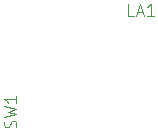
<source format=gbr>
%TF.GenerationSoftware,KiCad,Pcbnew,9.0.0*%
%TF.CreationDate,2025-03-13T21:07:55+01:00*%
%TF.ProjectId,Tasterplatine,54617374-6572-4706-9c61-74696e652e6b,1*%
%TF.SameCoordinates,Original*%
%TF.FileFunction,Legend,Top*%
%TF.FilePolarity,Positive*%
%FSLAX46Y46*%
G04 Gerber Fmt 4.6, Leading zero omitted, Abs format (unit mm)*
G04 Created by KiCad (PCBNEW 9.0.0) date 2025-03-13 21:07:55*
%MOMM*%
%LPD*%
G01*
G04 APERTURE LIST*
G04 Aperture macros list*
%AMRoundRect*
0 Rectangle with rounded corners*
0 $1 Rounding radius*
0 $2 $3 $4 $5 $6 $7 $8 $9 X,Y pos of 4 corners*
0 Add a 4 corners polygon primitive as box body*
4,1,4,$2,$3,$4,$5,$6,$7,$8,$9,$2,$3,0*
0 Add four circle primitives for the rounded corners*
1,1,$1+$1,$2,$3*
1,1,$1+$1,$4,$5*
1,1,$1+$1,$6,$7*
1,1,$1+$1,$8,$9*
0 Add four rect primitives between the rounded corners*
20,1,$1+$1,$2,$3,$4,$5,0*
20,1,$1+$1,$4,$5,$6,$7,0*
20,1,$1+$1,$6,$7,$8,$9,0*
20,1,$1+$1,$8,$9,$2,$3,0*%
G04 Aperture macros list end*
%ADD10C,0.100000*%
%ADD11C,2.500000*%
%ADD12RoundRect,0.250000X-0.600000X-0.725000X0.600000X-0.725000X0.600000X0.725000X-0.600000X0.725000X0*%
%ADD13O,1.700000X1.950000*%
G04 APERTURE END LIST*
D10*
X55918761Y-60877419D02*
X55442571Y-60877419D01*
X55442571Y-60877419D02*
X55442571Y-59877419D01*
X56204476Y-60591704D02*
X56680666Y-60591704D01*
X56109238Y-60877419D02*
X56442571Y-59877419D01*
X56442571Y-59877419D02*
X56775904Y-60877419D01*
X57633047Y-60877419D02*
X57061619Y-60877419D01*
X57347333Y-60877419D02*
X57347333Y-59877419D01*
X57347333Y-59877419D02*
X57252095Y-60020276D01*
X57252095Y-60020276D02*
X57156857Y-60115514D01*
X57156857Y-60115514D02*
X57061619Y-60163133D01*
X45923800Y-70333332D02*
X45971419Y-70190475D01*
X45971419Y-70190475D02*
X45971419Y-69952380D01*
X45971419Y-69952380D02*
X45923800Y-69857142D01*
X45923800Y-69857142D02*
X45876180Y-69809523D01*
X45876180Y-69809523D02*
X45780942Y-69761904D01*
X45780942Y-69761904D02*
X45685704Y-69761904D01*
X45685704Y-69761904D02*
X45590466Y-69809523D01*
X45590466Y-69809523D02*
X45542847Y-69857142D01*
X45542847Y-69857142D02*
X45495228Y-69952380D01*
X45495228Y-69952380D02*
X45447609Y-70142856D01*
X45447609Y-70142856D02*
X45399990Y-70238094D01*
X45399990Y-70238094D02*
X45352371Y-70285713D01*
X45352371Y-70285713D02*
X45257133Y-70333332D01*
X45257133Y-70333332D02*
X45161895Y-70333332D01*
X45161895Y-70333332D02*
X45066657Y-70285713D01*
X45066657Y-70285713D02*
X45019038Y-70238094D01*
X45019038Y-70238094D02*
X44971419Y-70142856D01*
X44971419Y-70142856D02*
X44971419Y-69904761D01*
X44971419Y-69904761D02*
X45019038Y-69761904D01*
X44971419Y-69428570D02*
X45971419Y-69190475D01*
X45971419Y-69190475D02*
X45257133Y-68999999D01*
X45257133Y-68999999D02*
X45971419Y-68809523D01*
X45971419Y-68809523D02*
X44971419Y-68571428D01*
X45971419Y-67666666D02*
X45971419Y-68238094D01*
X45971419Y-67952380D02*
X44971419Y-67952380D01*
X44971419Y-67952380D02*
X45114276Y-68047618D01*
X45114276Y-68047618D02*
X45209514Y-68142856D01*
X45209514Y-68142856D02*
X45257133Y-68238094D01*
%LPC*%
D11*
%TO.C,LA1*%
X51514000Y-60920000D03*
X61514000Y-60920000D03*
%TD*%
%TO.C,SW1*%
X46839000Y-78000000D03*
X44339000Y-75500000D03*
X46839000Y-73000000D03*
%TD*%
D12*
%TO.C,J1*%
X53250000Y-78500000D03*
D13*
X55750000Y-78500000D03*
X58250000Y-78500000D03*
X60750000Y-78500000D03*
X63250000Y-78500000D03*
X65750000Y-78500000D03*
%TD*%
%LPD*%
M02*

</source>
